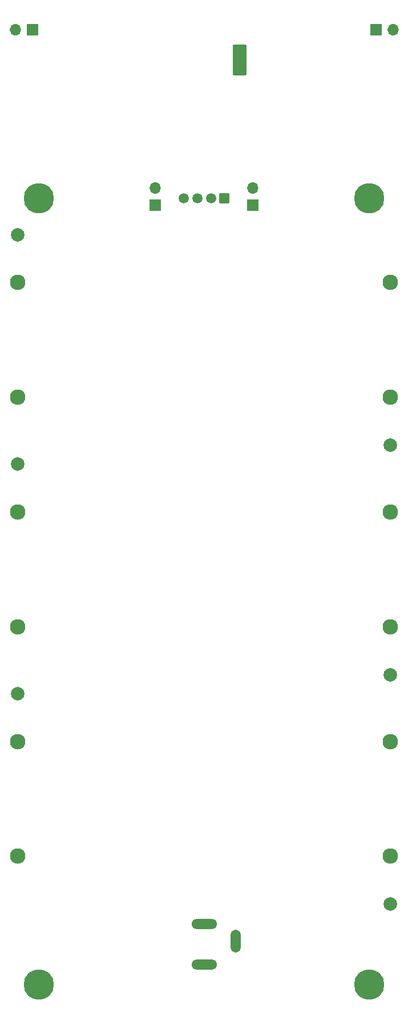
<source format=gbs>
G04 #@! TF.GenerationSoftware,KiCad,Pcbnew,8.0.8*
G04 #@! TF.CreationDate,2025-02-18T17:40:16+00:00*
G04 #@! TF.ProjectId,NB3_charger,4e42335f-6368-4617-9267-65722e6b6963,0.0.0*
G04 #@! TF.SameCoordinates,PX67794f8PYa78cb34*
G04 #@! TF.FileFunction,Soldermask,Bot*
G04 #@! TF.FilePolarity,Negative*
%FSLAX46Y46*%
G04 Gerber Fmt 4.6, Leading zero omitted, Abs format (unit mm)*
G04 Created by KiCad (PCBNEW 8.0.8) date 2025-02-18 17:40:16*
%MOMM*%
%LPD*%
G01*
G04 APERTURE LIST*
G04 Aperture macros list*
%AMRoundRect*
0 Rectangle with rounded corners*
0 $1 Rounding radius*
0 $2 $3 $4 $5 $6 $7 $8 $9 X,Y pos of 4 corners*
0 Add a 4 corners polygon primitive as box body*
4,1,4,$2,$3,$4,$5,$6,$7,$8,$9,$2,$3,0*
0 Add four circle primitives for the rounded corners*
1,1,$1+$1,$2,$3*
1,1,$1+$1,$4,$5*
1,1,$1+$1,$6,$7*
1,1,$1+$1,$8,$9*
0 Add four rect primitives between the rounded corners*
20,1,$1+$1,$2,$3,$4,$5,0*
20,1,$1+$1,$4,$5,$6,$7,0*
20,1,$1+$1,$6,$7,$8,$9,0*
20,1,$1+$1,$8,$9,$2,$3,0*%
G04 Aperture macros list end*
%ADD10C,2.000000*%
%ADD11C,2.300000*%
%ADD12R,1.700000X1.700000*%
%ADD13O,1.700000X1.700000*%
%ADD14C,4.500000*%
%ADD15O,3.800000X1.500000*%
%ADD16O,1.500000X3.400000*%
%ADD17RoundRect,0.100000X0.900000X2.200000X-0.900000X2.200000X-0.900000X-2.200000X0.900000X-2.200000X0*%
%ADD18RoundRect,0.102000X-0.654000X-0.654000X0.654000X-0.654000X0.654000X0.654000X-0.654000X0.654000X0*%
%ADD19C,1.512000*%
G04 APERTURE END LIST*
D10*
X-27649987Y115661830D03*
D11*
X-27649987Y108561754D03*
X27649987Y108561754D03*
D12*
X-25460000Y146000000D03*
D13*
X-28000000Y146000000D03*
D12*
X7250000Y120036754D03*
D13*
X7250000Y122576754D03*
D10*
X-27649987Y47661830D03*
D11*
X-27649987Y40561754D03*
X27649987Y40561754D03*
D14*
X24500000Y121061754D03*
X-24500000Y4561754D03*
D12*
X-7250000Y120036754D03*
D13*
X-7250000Y122576754D03*
D10*
X-27649987Y81661830D03*
D11*
X-27649987Y74561754D03*
X27649987Y74561754D03*
D15*
X0Y13500254D03*
X0Y7500000D03*
D16*
X4650750Y11000127D03*
D10*
X27649987Y84461678D03*
D11*
X27649987Y91561754D03*
X-27649987Y91561754D03*
D12*
X25460000Y146000000D03*
D13*
X28000000Y146000000D03*
D10*
X27649987Y16461678D03*
D11*
X27649987Y23561754D03*
X-27649987Y23561754D03*
D14*
X-24500000Y121061754D03*
X24500000Y4561754D03*
D17*
X5250000Y141500000D03*
D10*
X27649987Y50461678D03*
D11*
X27649987Y57561754D03*
X-27649987Y57561754D03*
D18*
X3000000Y121011754D03*
D19*
X1000000Y121011754D03*
X-1000000Y121011754D03*
X-3000000Y121011754D03*
M02*

</source>
